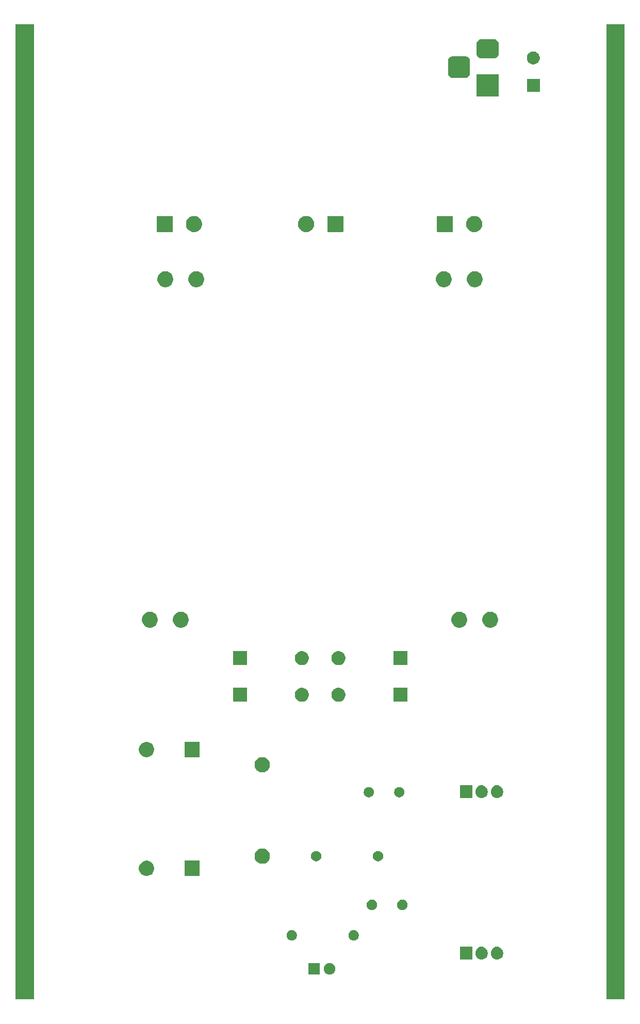
<source format=gbr>
G04 #@! TF.GenerationSoftware,KiCad,Pcbnew,(5.1.6)-1*
G04 #@! TF.CreationDate,2020-12-21T18:52:40-08:00*
G04 #@! TF.ProjectId,12v1a_psu,31327631-615f-4707-9375-2e6b69636164,1.0*
G04 #@! TF.SameCoordinates,Original*
G04 #@! TF.FileFunction,Soldermask,Top*
G04 #@! TF.FilePolarity,Negative*
%FSLAX46Y46*%
G04 Gerber Fmt 4.6, Leading zero omitted, Abs format (unit mm)*
G04 Created by KiCad (PCBNEW (5.1.6)-1) date 2020-12-21 18:52:40*
%MOMM*%
%LPD*%
G01*
G04 APERTURE LIST*
%ADD10C,0.100000*%
G04 APERTURE END LIST*
D10*
G36*
X43000000Y-185000000D02*
G01*
X40000000Y-185000000D01*
X40000000Y-25000000D01*
X43000000Y-25000000D01*
X43000000Y-185000000D01*
G37*
G36*
X140000000Y-185000000D02*
G01*
X137000000Y-185000000D01*
X137000000Y-25000000D01*
X140000000Y-25000000D01*
X140000000Y-185000000D01*
G37*
G36*
X91817395Y-179085546D02*
G01*
X91990466Y-179157234D01*
X91990467Y-179157235D01*
X92146227Y-179261310D01*
X92278690Y-179393773D01*
X92278691Y-179393775D01*
X92382766Y-179549534D01*
X92454454Y-179722605D01*
X92491000Y-179906333D01*
X92491000Y-180093667D01*
X92454454Y-180277395D01*
X92382766Y-180450466D01*
X92382765Y-180450467D01*
X92278690Y-180606227D01*
X92146227Y-180738690D01*
X92067818Y-180791081D01*
X91990466Y-180842766D01*
X91817395Y-180914454D01*
X91633667Y-180951000D01*
X91446333Y-180951000D01*
X91262605Y-180914454D01*
X91089534Y-180842766D01*
X91012182Y-180791081D01*
X90933773Y-180738690D01*
X90801310Y-180606227D01*
X90697235Y-180450467D01*
X90697234Y-180450466D01*
X90625546Y-180277395D01*
X90589000Y-180093667D01*
X90589000Y-179906333D01*
X90625546Y-179722605D01*
X90697234Y-179549534D01*
X90801309Y-179393775D01*
X90801310Y-179393773D01*
X90933773Y-179261310D01*
X91089533Y-179157235D01*
X91089534Y-179157234D01*
X91262605Y-179085546D01*
X91446333Y-179049000D01*
X91633667Y-179049000D01*
X91817395Y-179085546D01*
G37*
G36*
X89951000Y-180951000D02*
G01*
X88049000Y-180951000D01*
X88049000Y-179049000D01*
X89951000Y-179049000D01*
X89951000Y-180951000D01*
G37*
G36*
X119236719Y-176393520D02*
G01*
X119425880Y-176450901D01*
X119425883Y-176450902D01*
X119518333Y-176500318D01*
X119600212Y-176544083D01*
X119753015Y-176669485D01*
X119878417Y-176822288D01*
X119971599Y-176996619D01*
X120028980Y-177185780D01*
X120043500Y-177333206D01*
X120043500Y-177526793D01*
X120028980Y-177674219D01*
X119971599Y-177863380D01*
X119971598Y-177863383D01*
X119922182Y-177955833D01*
X119878417Y-178037712D01*
X119753015Y-178190515D01*
X119600212Y-178315917D01*
X119425881Y-178409099D01*
X119236720Y-178466480D01*
X119040000Y-178485855D01*
X118843281Y-178466480D01*
X118654120Y-178409099D01*
X118479788Y-178315917D01*
X118326985Y-178190515D01*
X118201583Y-178037712D01*
X118108401Y-177863381D01*
X118051020Y-177674220D01*
X118036500Y-177526794D01*
X118036500Y-177333207D01*
X118051020Y-177185781D01*
X118108401Y-176996620D01*
X118108402Y-176996617D01*
X118157818Y-176904167D01*
X118201583Y-176822288D01*
X118326985Y-176669485D01*
X118479788Y-176544083D01*
X118654119Y-176450901D01*
X118843280Y-176393520D01*
X119040000Y-176374145D01*
X119236719Y-176393520D01*
G37*
G36*
X116696719Y-176393520D02*
G01*
X116885880Y-176450901D01*
X116885883Y-176450902D01*
X116978333Y-176500318D01*
X117060212Y-176544083D01*
X117213015Y-176669485D01*
X117338417Y-176822288D01*
X117431599Y-176996619D01*
X117488980Y-177185780D01*
X117503500Y-177333206D01*
X117503500Y-177526793D01*
X117488980Y-177674219D01*
X117431599Y-177863380D01*
X117431598Y-177863383D01*
X117382182Y-177955833D01*
X117338417Y-178037712D01*
X117213015Y-178190515D01*
X117060212Y-178315917D01*
X116885881Y-178409099D01*
X116696720Y-178466480D01*
X116500000Y-178485855D01*
X116303281Y-178466480D01*
X116114120Y-178409099D01*
X115939788Y-178315917D01*
X115786985Y-178190515D01*
X115661583Y-178037712D01*
X115568401Y-177863381D01*
X115511020Y-177674220D01*
X115496500Y-177526794D01*
X115496500Y-177333207D01*
X115511020Y-177185781D01*
X115568401Y-176996620D01*
X115568402Y-176996617D01*
X115617818Y-176904167D01*
X115661583Y-176822288D01*
X115786985Y-176669485D01*
X115939788Y-176544083D01*
X116114119Y-176450901D01*
X116303280Y-176393520D01*
X116500000Y-176374145D01*
X116696719Y-176393520D01*
G37*
G36*
X114963500Y-178481000D02*
G01*
X112956500Y-178481000D01*
X112956500Y-176379000D01*
X114963500Y-176379000D01*
X114963500Y-178481000D01*
G37*
G36*
X85588228Y-173681703D02*
G01*
X85743100Y-173745853D01*
X85882481Y-173838985D01*
X86001015Y-173957519D01*
X86094147Y-174096900D01*
X86158297Y-174251772D01*
X86191000Y-174416184D01*
X86191000Y-174583816D01*
X86158297Y-174748228D01*
X86094147Y-174903100D01*
X86001015Y-175042481D01*
X85882481Y-175161015D01*
X85743100Y-175254147D01*
X85588228Y-175318297D01*
X85423816Y-175351000D01*
X85256184Y-175351000D01*
X85091772Y-175318297D01*
X84936900Y-175254147D01*
X84797519Y-175161015D01*
X84678985Y-175042481D01*
X84585853Y-174903100D01*
X84521703Y-174748228D01*
X84489000Y-174583816D01*
X84489000Y-174416184D01*
X84521703Y-174251772D01*
X84585853Y-174096900D01*
X84678985Y-173957519D01*
X84797519Y-173838985D01*
X84936900Y-173745853D01*
X85091772Y-173681703D01*
X85256184Y-173649000D01*
X85423816Y-173649000D01*
X85588228Y-173681703D01*
G37*
G36*
X95748228Y-173681703D02*
G01*
X95903100Y-173745853D01*
X96042481Y-173838985D01*
X96161015Y-173957519D01*
X96254147Y-174096900D01*
X96318297Y-174251772D01*
X96351000Y-174416184D01*
X96351000Y-174583816D01*
X96318297Y-174748228D01*
X96254147Y-174903100D01*
X96161015Y-175042481D01*
X96042481Y-175161015D01*
X95903100Y-175254147D01*
X95748228Y-175318297D01*
X95583816Y-175351000D01*
X95416184Y-175351000D01*
X95251772Y-175318297D01*
X95096900Y-175254147D01*
X94957519Y-175161015D01*
X94838985Y-175042481D01*
X94745853Y-174903100D01*
X94681703Y-174748228D01*
X94649000Y-174583816D01*
X94649000Y-174416184D01*
X94681703Y-174251772D01*
X94745853Y-174096900D01*
X94838985Y-173957519D01*
X94957519Y-173838985D01*
X95096900Y-173745853D01*
X95251772Y-173681703D01*
X95416184Y-173649000D01*
X95583816Y-173649000D01*
X95748228Y-173681703D01*
G37*
G36*
X98748228Y-168681703D02*
G01*
X98903100Y-168745853D01*
X99042481Y-168838985D01*
X99161015Y-168957519D01*
X99254147Y-169096900D01*
X99318297Y-169251772D01*
X99351000Y-169416184D01*
X99351000Y-169583816D01*
X99318297Y-169748228D01*
X99254147Y-169903100D01*
X99161015Y-170042481D01*
X99042481Y-170161015D01*
X98903100Y-170254147D01*
X98748228Y-170318297D01*
X98583816Y-170351000D01*
X98416184Y-170351000D01*
X98251772Y-170318297D01*
X98096900Y-170254147D01*
X97957519Y-170161015D01*
X97838985Y-170042481D01*
X97745853Y-169903100D01*
X97681703Y-169748228D01*
X97649000Y-169583816D01*
X97649000Y-169416184D01*
X97681703Y-169251772D01*
X97745853Y-169096900D01*
X97838985Y-168957519D01*
X97957519Y-168838985D01*
X98096900Y-168745853D01*
X98251772Y-168681703D01*
X98416184Y-168649000D01*
X98583816Y-168649000D01*
X98748228Y-168681703D01*
G37*
G36*
X103748228Y-168681703D02*
G01*
X103903100Y-168745853D01*
X104042481Y-168838985D01*
X104161015Y-168957519D01*
X104254147Y-169096900D01*
X104318297Y-169251772D01*
X104351000Y-169416184D01*
X104351000Y-169583816D01*
X104318297Y-169748228D01*
X104254147Y-169903100D01*
X104161015Y-170042481D01*
X104042481Y-170161015D01*
X103903100Y-170254147D01*
X103748228Y-170318297D01*
X103583816Y-170351000D01*
X103416184Y-170351000D01*
X103251772Y-170318297D01*
X103096900Y-170254147D01*
X102957519Y-170161015D01*
X102838985Y-170042481D01*
X102745853Y-169903100D01*
X102681703Y-169748228D01*
X102649000Y-169583816D01*
X102649000Y-169416184D01*
X102681703Y-169251772D01*
X102745853Y-169096900D01*
X102838985Y-168957519D01*
X102957519Y-168838985D01*
X103096900Y-168745853D01*
X103251772Y-168681703D01*
X103416184Y-168649000D01*
X103583816Y-168649000D01*
X103748228Y-168681703D01*
G37*
G36*
X61864903Y-162297075D02*
G01*
X62092571Y-162391378D01*
X62297466Y-162528285D01*
X62471715Y-162702534D01*
X62608622Y-162907429D01*
X62702925Y-163135097D01*
X62751000Y-163376787D01*
X62751000Y-163623213D01*
X62702925Y-163864903D01*
X62608622Y-164092571D01*
X62471715Y-164297466D01*
X62297466Y-164471715D01*
X62092571Y-164608622D01*
X62092570Y-164608623D01*
X62092569Y-164608623D01*
X61864903Y-164702925D01*
X61623214Y-164751000D01*
X61376786Y-164751000D01*
X61135097Y-164702925D01*
X60907431Y-164608623D01*
X60907430Y-164608623D01*
X60907429Y-164608622D01*
X60702534Y-164471715D01*
X60528285Y-164297466D01*
X60391378Y-164092571D01*
X60297075Y-163864903D01*
X60249000Y-163623213D01*
X60249000Y-163376787D01*
X60297075Y-163135097D01*
X60391378Y-162907429D01*
X60528285Y-162702534D01*
X60702534Y-162528285D01*
X60907429Y-162391378D01*
X61135097Y-162297075D01*
X61376786Y-162249000D01*
X61623214Y-162249000D01*
X61864903Y-162297075D01*
G37*
G36*
X70251000Y-164751000D02*
G01*
X67749000Y-164751000D01*
X67749000Y-162249000D01*
X70251000Y-162249000D01*
X70251000Y-164751000D01*
G37*
G36*
X80864903Y-160297075D02*
G01*
X81092571Y-160391378D01*
X81297466Y-160528285D01*
X81471715Y-160702534D01*
X81608622Y-160907429D01*
X81702925Y-161135097D01*
X81751000Y-161376787D01*
X81751000Y-161623213D01*
X81702925Y-161864903D01*
X81608622Y-162092571D01*
X81471715Y-162297466D01*
X81297466Y-162471715D01*
X81092571Y-162608622D01*
X81092570Y-162608623D01*
X81092569Y-162608623D01*
X80864903Y-162702925D01*
X80623214Y-162751000D01*
X80376786Y-162751000D01*
X80135097Y-162702925D01*
X79907431Y-162608623D01*
X79907430Y-162608623D01*
X79907429Y-162608622D01*
X79702534Y-162471715D01*
X79528285Y-162297466D01*
X79391378Y-162092571D01*
X79297075Y-161864903D01*
X79249000Y-161623213D01*
X79249000Y-161376787D01*
X79297075Y-161135097D01*
X79391378Y-160907429D01*
X79528285Y-160702534D01*
X79702534Y-160528285D01*
X79907429Y-160391378D01*
X80135097Y-160297075D01*
X80376786Y-160249000D01*
X80623214Y-160249000D01*
X80864903Y-160297075D01*
G37*
G36*
X99748228Y-160681703D02*
G01*
X99903100Y-160745853D01*
X100042481Y-160838985D01*
X100161015Y-160957519D01*
X100254147Y-161096900D01*
X100318297Y-161251772D01*
X100351000Y-161416184D01*
X100351000Y-161583816D01*
X100318297Y-161748228D01*
X100254147Y-161903100D01*
X100161015Y-162042481D01*
X100042481Y-162161015D01*
X99903100Y-162254147D01*
X99748228Y-162318297D01*
X99583816Y-162351000D01*
X99416184Y-162351000D01*
X99251772Y-162318297D01*
X99096900Y-162254147D01*
X98957519Y-162161015D01*
X98838985Y-162042481D01*
X98745853Y-161903100D01*
X98681703Y-161748228D01*
X98649000Y-161583816D01*
X98649000Y-161416184D01*
X98681703Y-161251772D01*
X98745853Y-161096900D01*
X98838985Y-160957519D01*
X98957519Y-160838985D01*
X99096900Y-160745853D01*
X99251772Y-160681703D01*
X99416184Y-160649000D01*
X99583816Y-160649000D01*
X99748228Y-160681703D01*
G37*
G36*
X89588228Y-160681703D02*
G01*
X89743100Y-160745853D01*
X89882481Y-160838985D01*
X90001015Y-160957519D01*
X90094147Y-161096900D01*
X90158297Y-161251772D01*
X90191000Y-161416184D01*
X90191000Y-161583816D01*
X90158297Y-161748228D01*
X90094147Y-161903100D01*
X90001015Y-162042481D01*
X89882481Y-162161015D01*
X89743100Y-162254147D01*
X89588228Y-162318297D01*
X89423816Y-162351000D01*
X89256184Y-162351000D01*
X89091772Y-162318297D01*
X88936900Y-162254147D01*
X88797519Y-162161015D01*
X88678985Y-162042481D01*
X88585853Y-161903100D01*
X88521703Y-161748228D01*
X88489000Y-161583816D01*
X88489000Y-161416184D01*
X88521703Y-161251772D01*
X88585853Y-161096900D01*
X88678985Y-160957519D01*
X88797519Y-160838985D01*
X88936900Y-160745853D01*
X89091772Y-160681703D01*
X89256184Y-160649000D01*
X89423816Y-160649000D01*
X89588228Y-160681703D01*
G37*
G36*
X116706719Y-149893520D02*
G01*
X116895880Y-149950901D01*
X116895883Y-149950902D01*
X116988333Y-150000318D01*
X117070212Y-150044083D01*
X117223015Y-150169485D01*
X117348417Y-150322288D01*
X117441599Y-150496619D01*
X117498980Y-150685780D01*
X117513500Y-150833206D01*
X117513500Y-151026793D01*
X117498980Y-151174219D01*
X117476529Y-151248229D01*
X117441598Y-151363383D01*
X117392182Y-151455833D01*
X117348417Y-151537712D01*
X117223015Y-151690515D01*
X117070212Y-151815917D01*
X116895881Y-151909099D01*
X116706720Y-151966480D01*
X116510000Y-151985855D01*
X116313281Y-151966480D01*
X116124120Y-151909099D01*
X115949788Y-151815917D01*
X115796985Y-151690515D01*
X115671583Y-151537712D01*
X115578401Y-151363381D01*
X115521020Y-151174220D01*
X115506500Y-151026794D01*
X115506500Y-150833207D01*
X115521020Y-150685781D01*
X115578401Y-150496620D01*
X115578402Y-150496617D01*
X115627818Y-150404167D01*
X115671583Y-150322288D01*
X115796985Y-150169485D01*
X115949788Y-150044083D01*
X116124119Y-149950901D01*
X116313280Y-149893520D01*
X116510000Y-149874145D01*
X116706719Y-149893520D01*
G37*
G36*
X119246719Y-149893520D02*
G01*
X119435880Y-149950901D01*
X119435883Y-149950902D01*
X119528333Y-150000318D01*
X119610212Y-150044083D01*
X119763015Y-150169485D01*
X119888417Y-150322288D01*
X119981599Y-150496619D01*
X120038980Y-150685780D01*
X120053500Y-150833206D01*
X120053500Y-151026793D01*
X120038980Y-151174219D01*
X120016529Y-151248229D01*
X119981598Y-151363383D01*
X119932182Y-151455833D01*
X119888417Y-151537712D01*
X119763015Y-151690515D01*
X119610212Y-151815917D01*
X119435881Y-151909099D01*
X119246720Y-151966480D01*
X119050000Y-151985855D01*
X118853281Y-151966480D01*
X118664120Y-151909099D01*
X118489788Y-151815917D01*
X118336985Y-151690515D01*
X118211583Y-151537712D01*
X118118401Y-151363381D01*
X118061020Y-151174220D01*
X118046500Y-151026794D01*
X118046500Y-150833207D01*
X118061020Y-150685781D01*
X118118401Y-150496620D01*
X118118402Y-150496617D01*
X118167818Y-150404167D01*
X118211583Y-150322288D01*
X118336985Y-150169485D01*
X118489788Y-150044083D01*
X118664119Y-149950901D01*
X118853280Y-149893520D01*
X119050000Y-149874145D01*
X119246719Y-149893520D01*
G37*
G36*
X114973500Y-151981000D02*
G01*
X112966500Y-151981000D01*
X112966500Y-149879000D01*
X114973500Y-149879000D01*
X114973500Y-151981000D01*
G37*
G36*
X98248228Y-150181703D02*
G01*
X98403100Y-150245853D01*
X98542481Y-150338985D01*
X98661015Y-150457519D01*
X98754147Y-150596900D01*
X98818297Y-150751772D01*
X98851000Y-150916184D01*
X98851000Y-151083816D01*
X98818297Y-151248228D01*
X98754147Y-151403100D01*
X98661015Y-151542481D01*
X98542481Y-151661015D01*
X98403100Y-151754147D01*
X98248228Y-151818297D01*
X98083816Y-151851000D01*
X97916184Y-151851000D01*
X97751772Y-151818297D01*
X97596900Y-151754147D01*
X97457519Y-151661015D01*
X97338985Y-151542481D01*
X97245853Y-151403100D01*
X97181703Y-151248228D01*
X97149000Y-151083816D01*
X97149000Y-150916184D01*
X97181703Y-150751772D01*
X97245853Y-150596900D01*
X97338985Y-150457519D01*
X97457519Y-150338985D01*
X97596900Y-150245853D01*
X97751772Y-150181703D01*
X97916184Y-150149000D01*
X98083816Y-150149000D01*
X98248228Y-150181703D01*
G37*
G36*
X103248228Y-150181703D02*
G01*
X103403100Y-150245853D01*
X103542481Y-150338985D01*
X103661015Y-150457519D01*
X103754147Y-150596900D01*
X103818297Y-150751772D01*
X103851000Y-150916184D01*
X103851000Y-151083816D01*
X103818297Y-151248228D01*
X103754147Y-151403100D01*
X103661015Y-151542481D01*
X103542481Y-151661015D01*
X103403100Y-151754147D01*
X103248228Y-151818297D01*
X103083816Y-151851000D01*
X102916184Y-151851000D01*
X102751772Y-151818297D01*
X102596900Y-151754147D01*
X102457519Y-151661015D01*
X102338985Y-151542481D01*
X102245853Y-151403100D01*
X102181703Y-151248228D01*
X102149000Y-151083816D01*
X102149000Y-150916184D01*
X102181703Y-150751772D01*
X102245853Y-150596900D01*
X102338985Y-150457519D01*
X102457519Y-150338985D01*
X102596900Y-150245853D01*
X102751772Y-150181703D01*
X102916184Y-150149000D01*
X103083816Y-150149000D01*
X103248228Y-150181703D01*
G37*
G36*
X80864903Y-145297075D02*
G01*
X81092571Y-145391378D01*
X81297466Y-145528285D01*
X81471715Y-145702534D01*
X81608622Y-145907429D01*
X81702925Y-146135097D01*
X81751000Y-146376787D01*
X81751000Y-146623213D01*
X81702925Y-146864903D01*
X81608622Y-147092571D01*
X81471715Y-147297466D01*
X81297466Y-147471715D01*
X81092571Y-147608622D01*
X81092570Y-147608623D01*
X81092569Y-147608623D01*
X80864903Y-147702925D01*
X80623214Y-147751000D01*
X80376786Y-147751000D01*
X80135097Y-147702925D01*
X79907431Y-147608623D01*
X79907430Y-147608623D01*
X79907429Y-147608622D01*
X79702534Y-147471715D01*
X79528285Y-147297466D01*
X79391378Y-147092571D01*
X79297075Y-146864903D01*
X79249000Y-146623213D01*
X79249000Y-146376787D01*
X79297075Y-146135097D01*
X79391378Y-145907429D01*
X79528285Y-145702534D01*
X79702534Y-145528285D01*
X79907429Y-145391378D01*
X80135097Y-145297075D01*
X80376786Y-145249000D01*
X80623214Y-145249000D01*
X80864903Y-145297075D01*
G37*
G36*
X61864903Y-142797075D02*
G01*
X62092571Y-142891378D01*
X62297466Y-143028285D01*
X62471715Y-143202534D01*
X62608622Y-143407429D01*
X62702925Y-143635097D01*
X62751000Y-143876787D01*
X62751000Y-144123213D01*
X62702925Y-144364903D01*
X62608622Y-144592571D01*
X62471715Y-144797466D01*
X62297466Y-144971715D01*
X62092571Y-145108622D01*
X62092570Y-145108623D01*
X62092569Y-145108623D01*
X61864903Y-145202925D01*
X61623214Y-145251000D01*
X61376786Y-145251000D01*
X61135097Y-145202925D01*
X60907431Y-145108623D01*
X60907430Y-145108623D01*
X60907429Y-145108622D01*
X60702534Y-144971715D01*
X60528285Y-144797466D01*
X60391378Y-144592571D01*
X60297075Y-144364903D01*
X60249000Y-144123213D01*
X60249000Y-143876787D01*
X60297075Y-143635097D01*
X60391378Y-143407429D01*
X60528285Y-143202534D01*
X60702534Y-143028285D01*
X60907429Y-142891378D01*
X61135097Y-142797075D01*
X61376786Y-142749000D01*
X61623214Y-142749000D01*
X61864903Y-142797075D01*
G37*
G36*
X70251000Y-145251000D02*
G01*
X67749000Y-145251000D01*
X67749000Y-142749000D01*
X70251000Y-142749000D01*
X70251000Y-145251000D01*
G37*
G36*
X77991000Y-136151000D02*
G01*
X75689000Y-136151000D01*
X75689000Y-133849000D01*
X77991000Y-133849000D01*
X77991000Y-136151000D01*
G37*
G36*
X87224549Y-133871116D02*
G01*
X87335734Y-133893232D01*
X87545203Y-133979997D01*
X87733720Y-134105960D01*
X87894040Y-134266280D01*
X88020003Y-134454797D01*
X88106768Y-134664266D01*
X88151000Y-134886636D01*
X88151000Y-135113364D01*
X88106768Y-135335734D01*
X88020003Y-135545203D01*
X87894040Y-135733720D01*
X87733720Y-135894040D01*
X87545203Y-136020003D01*
X87335734Y-136106768D01*
X87224549Y-136128884D01*
X87113365Y-136151000D01*
X86886635Y-136151000D01*
X86775451Y-136128884D01*
X86664266Y-136106768D01*
X86454797Y-136020003D01*
X86266280Y-135894040D01*
X86105960Y-135733720D01*
X85979997Y-135545203D01*
X85893232Y-135335734D01*
X85849000Y-135113364D01*
X85849000Y-134886636D01*
X85893232Y-134664266D01*
X85979997Y-134454797D01*
X86105960Y-134266280D01*
X86266280Y-134105960D01*
X86454797Y-133979997D01*
X86664266Y-133893232D01*
X86775451Y-133871116D01*
X86886635Y-133849000D01*
X87113365Y-133849000D01*
X87224549Y-133871116D01*
G37*
G36*
X93224549Y-133871116D02*
G01*
X93335734Y-133893232D01*
X93545203Y-133979997D01*
X93733720Y-134105960D01*
X93894040Y-134266280D01*
X94020003Y-134454797D01*
X94106768Y-134664266D01*
X94151000Y-134886636D01*
X94151000Y-135113364D01*
X94106768Y-135335734D01*
X94020003Y-135545203D01*
X93894040Y-135733720D01*
X93733720Y-135894040D01*
X93545203Y-136020003D01*
X93335734Y-136106768D01*
X93224549Y-136128884D01*
X93113365Y-136151000D01*
X92886635Y-136151000D01*
X92775451Y-136128884D01*
X92664266Y-136106768D01*
X92454797Y-136020003D01*
X92266280Y-135894040D01*
X92105960Y-135733720D01*
X91979997Y-135545203D01*
X91893232Y-135335734D01*
X91849000Y-135113364D01*
X91849000Y-134886636D01*
X91893232Y-134664266D01*
X91979997Y-134454797D01*
X92105960Y-134266280D01*
X92266280Y-134105960D01*
X92454797Y-133979997D01*
X92664266Y-133893232D01*
X92775451Y-133871116D01*
X92886635Y-133849000D01*
X93113365Y-133849000D01*
X93224549Y-133871116D01*
G37*
G36*
X104311000Y-136151000D02*
G01*
X102009000Y-136151000D01*
X102009000Y-133849000D01*
X104311000Y-133849000D01*
X104311000Y-136151000D01*
G37*
G36*
X77991000Y-130151000D02*
G01*
X75689000Y-130151000D01*
X75689000Y-127849000D01*
X77991000Y-127849000D01*
X77991000Y-130151000D01*
G37*
G36*
X104311000Y-130151000D02*
G01*
X102009000Y-130151000D01*
X102009000Y-127849000D01*
X104311000Y-127849000D01*
X104311000Y-130151000D01*
G37*
G36*
X93224549Y-127871116D02*
G01*
X93335734Y-127893232D01*
X93545203Y-127979997D01*
X93733720Y-128105960D01*
X93894040Y-128266280D01*
X94020003Y-128454797D01*
X94106768Y-128664266D01*
X94151000Y-128886636D01*
X94151000Y-129113364D01*
X94106768Y-129335734D01*
X94020003Y-129545203D01*
X93894040Y-129733720D01*
X93733720Y-129894040D01*
X93545203Y-130020003D01*
X93335734Y-130106768D01*
X93224549Y-130128884D01*
X93113365Y-130151000D01*
X92886635Y-130151000D01*
X92775451Y-130128884D01*
X92664266Y-130106768D01*
X92454797Y-130020003D01*
X92266280Y-129894040D01*
X92105960Y-129733720D01*
X91979997Y-129545203D01*
X91893232Y-129335734D01*
X91849000Y-129113364D01*
X91849000Y-128886636D01*
X91893232Y-128664266D01*
X91979997Y-128454797D01*
X92105960Y-128266280D01*
X92266280Y-128105960D01*
X92454797Y-127979997D01*
X92664266Y-127893232D01*
X92775451Y-127871116D01*
X92886635Y-127849000D01*
X93113365Y-127849000D01*
X93224549Y-127871116D01*
G37*
G36*
X87224549Y-127871116D02*
G01*
X87335734Y-127893232D01*
X87545203Y-127979997D01*
X87733720Y-128105960D01*
X87894040Y-128266280D01*
X88020003Y-128454797D01*
X88106768Y-128664266D01*
X88151000Y-128886636D01*
X88151000Y-129113364D01*
X88106768Y-129335734D01*
X88020003Y-129545203D01*
X87894040Y-129733720D01*
X87733720Y-129894040D01*
X87545203Y-130020003D01*
X87335734Y-130106768D01*
X87224549Y-130128884D01*
X87113365Y-130151000D01*
X86886635Y-130151000D01*
X86775451Y-130128884D01*
X86664266Y-130106768D01*
X86454797Y-130020003D01*
X86266280Y-129894040D01*
X86105960Y-129733720D01*
X85979997Y-129545203D01*
X85893232Y-129335734D01*
X85849000Y-129113364D01*
X85849000Y-128886636D01*
X85893232Y-128664266D01*
X85979997Y-128454797D01*
X86105960Y-128266280D01*
X86266280Y-128105960D01*
X86454797Y-127979997D01*
X86664266Y-127893232D01*
X86775451Y-127871116D01*
X86886635Y-127849000D01*
X87113365Y-127849000D01*
X87224549Y-127871116D01*
G37*
G36*
X113239487Y-121438996D02*
G01*
X113476253Y-121537068D01*
X113476255Y-121537069D01*
X113689339Y-121679447D01*
X113870553Y-121860661D01*
X114012932Y-122073747D01*
X114111004Y-122310513D01*
X114161000Y-122561861D01*
X114161000Y-122818139D01*
X114111004Y-123069487D01*
X114012932Y-123306253D01*
X114012931Y-123306255D01*
X113870553Y-123519339D01*
X113689339Y-123700553D01*
X113476255Y-123842931D01*
X113476254Y-123842932D01*
X113476253Y-123842932D01*
X113239487Y-123941004D01*
X112988139Y-123991000D01*
X112731861Y-123991000D01*
X112480513Y-123941004D01*
X112243747Y-123842932D01*
X112243746Y-123842932D01*
X112243745Y-123842931D01*
X112030661Y-123700553D01*
X111849447Y-123519339D01*
X111707069Y-123306255D01*
X111707068Y-123306253D01*
X111608996Y-123069487D01*
X111559000Y-122818139D01*
X111559000Y-122561861D01*
X111608996Y-122310513D01*
X111707068Y-122073747D01*
X111849447Y-121860661D01*
X112030661Y-121679447D01*
X112243745Y-121537069D01*
X112243747Y-121537068D01*
X112480513Y-121438996D01*
X112731861Y-121389000D01*
X112988139Y-121389000D01*
X113239487Y-121438996D01*
G37*
G36*
X67519487Y-121438996D02*
G01*
X67756253Y-121537068D01*
X67756255Y-121537069D01*
X67969339Y-121679447D01*
X68150553Y-121860661D01*
X68292932Y-122073747D01*
X68391004Y-122310513D01*
X68441000Y-122561861D01*
X68441000Y-122818139D01*
X68391004Y-123069487D01*
X68292932Y-123306253D01*
X68292931Y-123306255D01*
X68150553Y-123519339D01*
X67969339Y-123700553D01*
X67756255Y-123842931D01*
X67756254Y-123842932D01*
X67756253Y-123842932D01*
X67519487Y-123941004D01*
X67268139Y-123991000D01*
X67011861Y-123991000D01*
X66760513Y-123941004D01*
X66523747Y-123842932D01*
X66523746Y-123842932D01*
X66523745Y-123842931D01*
X66310661Y-123700553D01*
X66129447Y-123519339D01*
X65987069Y-123306255D01*
X65987068Y-123306253D01*
X65888996Y-123069487D01*
X65839000Y-122818139D01*
X65839000Y-122561861D01*
X65888996Y-122310513D01*
X65987068Y-122073747D01*
X66129447Y-121860661D01*
X66310661Y-121679447D01*
X66523745Y-121537069D01*
X66523747Y-121537068D01*
X66760513Y-121438996D01*
X67011861Y-121389000D01*
X67268139Y-121389000D01*
X67519487Y-121438996D01*
G37*
G36*
X62439487Y-121438996D02*
G01*
X62676253Y-121537068D01*
X62676255Y-121537069D01*
X62889339Y-121679447D01*
X63070553Y-121860661D01*
X63212932Y-122073747D01*
X63311004Y-122310513D01*
X63361000Y-122561861D01*
X63361000Y-122818139D01*
X63311004Y-123069487D01*
X63212932Y-123306253D01*
X63212931Y-123306255D01*
X63070553Y-123519339D01*
X62889339Y-123700553D01*
X62676255Y-123842931D01*
X62676254Y-123842932D01*
X62676253Y-123842932D01*
X62439487Y-123941004D01*
X62188139Y-123991000D01*
X61931861Y-123991000D01*
X61680513Y-123941004D01*
X61443747Y-123842932D01*
X61443746Y-123842932D01*
X61443745Y-123842931D01*
X61230661Y-123700553D01*
X61049447Y-123519339D01*
X60907069Y-123306255D01*
X60907068Y-123306253D01*
X60808996Y-123069487D01*
X60759000Y-122818139D01*
X60759000Y-122561861D01*
X60808996Y-122310513D01*
X60907068Y-122073747D01*
X61049447Y-121860661D01*
X61230661Y-121679447D01*
X61443745Y-121537069D01*
X61443747Y-121537068D01*
X61680513Y-121438996D01*
X61931861Y-121389000D01*
X62188139Y-121389000D01*
X62439487Y-121438996D01*
G37*
G36*
X118319487Y-121438996D02*
G01*
X118556253Y-121537068D01*
X118556255Y-121537069D01*
X118769339Y-121679447D01*
X118950553Y-121860661D01*
X119092932Y-122073747D01*
X119191004Y-122310513D01*
X119241000Y-122561861D01*
X119241000Y-122818139D01*
X119191004Y-123069487D01*
X119092932Y-123306253D01*
X119092931Y-123306255D01*
X118950553Y-123519339D01*
X118769339Y-123700553D01*
X118556255Y-123842931D01*
X118556254Y-123842932D01*
X118556253Y-123842932D01*
X118319487Y-123941004D01*
X118068139Y-123991000D01*
X117811861Y-123991000D01*
X117560513Y-123941004D01*
X117323747Y-123842932D01*
X117323746Y-123842932D01*
X117323745Y-123842931D01*
X117110661Y-123700553D01*
X116929447Y-123519339D01*
X116787069Y-123306255D01*
X116787068Y-123306253D01*
X116688996Y-123069487D01*
X116639000Y-122818139D01*
X116639000Y-122561861D01*
X116688996Y-122310513D01*
X116787068Y-122073747D01*
X116929447Y-121860661D01*
X117110661Y-121679447D01*
X117323745Y-121537069D01*
X117323747Y-121537068D01*
X117560513Y-121438996D01*
X117811861Y-121389000D01*
X118068139Y-121389000D01*
X118319487Y-121438996D01*
G37*
G36*
X115779487Y-65558996D02*
G01*
X116016253Y-65657068D01*
X116016255Y-65657069D01*
X116229339Y-65799447D01*
X116410553Y-65980661D01*
X116552932Y-66193747D01*
X116651004Y-66430513D01*
X116701000Y-66681861D01*
X116701000Y-66938139D01*
X116651004Y-67189487D01*
X116552932Y-67426253D01*
X116552931Y-67426255D01*
X116410553Y-67639339D01*
X116229339Y-67820553D01*
X116016255Y-67962931D01*
X116016254Y-67962932D01*
X116016253Y-67962932D01*
X115779487Y-68061004D01*
X115528139Y-68111000D01*
X115271861Y-68111000D01*
X115020513Y-68061004D01*
X114783747Y-67962932D01*
X114783746Y-67962932D01*
X114783745Y-67962931D01*
X114570661Y-67820553D01*
X114389447Y-67639339D01*
X114247069Y-67426255D01*
X114247068Y-67426253D01*
X114148996Y-67189487D01*
X114099000Y-66938139D01*
X114099000Y-66681861D01*
X114148996Y-66430513D01*
X114247068Y-66193747D01*
X114389447Y-65980661D01*
X114570661Y-65799447D01*
X114783745Y-65657069D01*
X114783747Y-65657068D01*
X115020513Y-65558996D01*
X115271861Y-65509000D01*
X115528139Y-65509000D01*
X115779487Y-65558996D01*
G37*
G36*
X64979487Y-65558996D02*
G01*
X65216253Y-65657068D01*
X65216255Y-65657069D01*
X65429339Y-65799447D01*
X65610553Y-65980661D01*
X65752932Y-66193747D01*
X65851004Y-66430513D01*
X65901000Y-66681861D01*
X65901000Y-66938139D01*
X65851004Y-67189487D01*
X65752932Y-67426253D01*
X65752931Y-67426255D01*
X65610553Y-67639339D01*
X65429339Y-67820553D01*
X65216255Y-67962931D01*
X65216254Y-67962932D01*
X65216253Y-67962932D01*
X64979487Y-68061004D01*
X64728139Y-68111000D01*
X64471861Y-68111000D01*
X64220513Y-68061004D01*
X63983747Y-67962932D01*
X63983746Y-67962932D01*
X63983745Y-67962931D01*
X63770661Y-67820553D01*
X63589447Y-67639339D01*
X63447069Y-67426255D01*
X63447068Y-67426253D01*
X63348996Y-67189487D01*
X63299000Y-66938139D01*
X63299000Y-66681861D01*
X63348996Y-66430513D01*
X63447068Y-66193747D01*
X63589447Y-65980661D01*
X63770661Y-65799447D01*
X63983745Y-65657069D01*
X63983747Y-65657068D01*
X64220513Y-65558996D01*
X64471861Y-65509000D01*
X64728139Y-65509000D01*
X64979487Y-65558996D01*
G37*
G36*
X70059487Y-65558996D02*
G01*
X70296253Y-65657068D01*
X70296255Y-65657069D01*
X70509339Y-65799447D01*
X70690553Y-65980661D01*
X70832932Y-66193747D01*
X70931004Y-66430513D01*
X70981000Y-66681861D01*
X70981000Y-66938139D01*
X70931004Y-67189487D01*
X70832932Y-67426253D01*
X70832931Y-67426255D01*
X70690553Y-67639339D01*
X70509339Y-67820553D01*
X70296255Y-67962931D01*
X70296254Y-67962932D01*
X70296253Y-67962932D01*
X70059487Y-68061004D01*
X69808139Y-68111000D01*
X69551861Y-68111000D01*
X69300513Y-68061004D01*
X69063747Y-67962932D01*
X69063746Y-67962932D01*
X69063745Y-67962931D01*
X68850661Y-67820553D01*
X68669447Y-67639339D01*
X68527069Y-67426255D01*
X68527068Y-67426253D01*
X68428996Y-67189487D01*
X68379000Y-66938139D01*
X68379000Y-66681861D01*
X68428996Y-66430513D01*
X68527068Y-66193747D01*
X68669447Y-65980661D01*
X68850661Y-65799447D01*
X69063745Y-65657069D01*
X69063747Y-65657068D01*
X69300513Y-65558996D01*
X69551861Y-65509000D01*
X69808139Y-65509000D01*
X70059487Y-65558996D01*
G37*
G36*
X110699487Y-65558996D02*
G01*
X110936253Y-65657068D01*
X110936255Y-65657069D01*
X111149339Y-65799447D01*
X111330553Y-65980661D01*
X111472932Y-66193747D01*
X111571004Y-66430513D01*
X111621000Y-66681861D01*
X111621000Y-66938139D01*
X111571004Y-67189487D01*
X111472932Y-67426253D01*
X111472931Y-67426255D01*
X111330553Y-67639339D01*
X111149339Y-67820553D01*
X110936255Y-67962931D01*
X110936254Y-67962932D01*
X110936253Y-67962932D01*
X110699487Y-68061004D01*
X110448139Y-68111000D01*
X110191861Y-68111000D01*
X109940513Y-68061004D01*
X109703747Y-67962932D01*
X109703746Y-67962932D01*
X109703745Y-67962931D01*
X109490661Y-67820553D01*
X109309447Y-67639339D01*
X109167069Y-67426255D01*
X109167068Y-67426253D01*
X109068996Y-67189487D01*
X109019000Y-66938139D01*
X109019000Y-66681861D01*
X109068996Y-66430513D01*
X109167068Y-66193747D01*
X109309447Y-65980661D01*
X109490661Y-65799447D01*
X109703745Y-65657069D01*
X109703747Y-65657068D01*
X109940513Y-65558996D01*
X110191861Y-65509000D01*
X110448139Y-65509000D01*
X110699487Y-65558996D01*
G37*
G36*
X115494453Y-56436701D02*
G01*
X115686780Y-56474957D01*
X115928097Y-56574914D01*
X116145276Y-56720029D01*
X116329971Y-56904724D01*
X116475086Y-57121903D01*
X116575043Y-57363220D01*
X116626000Y-57619400D01*
X116626000Y-57880600D01*
X116575043Y-58136780D01*
X116475086Y-58378097D01*
X116329971Y-58595276D01*
X116145276Y-58779971D01*
X115928097Y-58925086D01*
X115686780Y-59025043D01*
X115568280Y-59048614D01*
X115430601Y-59076000D01*
X115169399Y-59076000D01*
X115031720Y-59048614D01*
X114913220Y-59025043D01*
X114671903Y-58925086D01*
X114454724Y-58779971D01*
X114270029Y-58595276D01*
X114124914Y-58378097D01*
X114024957Y-58136780D01*
X113974000Y-57880600D01*
X113974000Y-57619400D01*
X114024957Y-57363220D01*
X114124914Y-57121903D01*
X114270029Y-56904724D01*
X114454724Y-56720029D01*
X114671903Y-56574914D01*
X114913220Y-56474957D01*
X115105547Y-56436701D01*
X115169399Y-56424000D01*
X115430601Y-56424000D01*
X115494453Y-56436701D01*
G37*
G36*
X65697490Y-56427658D02*
G01*
X65727302Y-56436701D01*
X65754775Y-56451386D01*
X65778854Y-56471146D01*
X65798614Y-56495225D01*
X65813299Y-56522698D01*
X65822342Y-56552510D01*
X65826000Y-56589650D01*
X65826000Y-58910350D01*
X65822342Y-58947490D01*
X65813299Y-58977302D01*
X65798614Y-59004775D01*
X65778854Y-59028854D01*
X65754775Y-59048614D01*
X65727302Y-59063299D01*
X65697490Y-59072342D01*
X65660350Y-59076000D01*
X63339650Y-59076000D01*
X63302510Y-59072342D01*
X63272698Y-59063299D01*
X63245225Y-59048614D01*
X63221146Y-59028854D01*
X63201386Y-59004775D01*
X63186701Y-58977302D01*
X63177658Y-58947490D01*
X63174000Y-58910350D01*
X63174000Y-56589650D01*
X63177658Y-56552510D01*
X63186701Y-56522698D01*
X63201386Y-56495225D01*
X63221146Y-56471146D01*
X63245225Y-56451386D01*
X63272698Y-56436701D01*
X63302510Y-56427658D01*
X63339650Y-56424000D01*
X65660350Y-56424000D01*
X65697490Y-56427658D01*
G37*
G36*
X69494453Y-56436701D02*
G01*
X69686780Y-56474957D01*
X69928097Y-56574914D01*
X70145276Y-56720029D01*
X70329971Y-56904724D01*
X70475086Y-57121903D01*
X70575043Y-57363220D01*
X70626000Y-57619400D01*
X70626000Y-57880600D01*
X70575043Y-58136780D01*
X70475086Y-58378097D01*
X70329971Y-58595276D01*
X70145276Y-58779971D01*
X69928097Y-58925086D01*
X69686780Y-59025043D01*
X69568280Y-59048614D01*
X69430601Y-59076000D01*
X69169399Y-59076000D01*
X69031720Y-59048614D01*
X68913220Y-59025043D01*
X68671903Y-58925086D01*
X68454724Y-58779971D01*
X68270029Y-58595276D01*
X68124914Y-58378097D01*
X68024957Y-58136780D01*
X67974000Y-57880600D01*
X67974000Y-57619400D01*
X68024957Y-57363220D01*
X68124914Y-57121903D01*
X68270029Y-56904724D01*
X68454724Y-56720029D01*
X68671903Y-56574914D01*
X68913220Y-56474957D01*
X69105547Y-56436701D01*
X69169399Y-56424000D01*
X69430601Y-56424000D01*
X69494453Y-56436701D01*
G37*
G36*
X87894453Y-56436701D02*
G01*
X88086780Y-56474957D01*
X88328097Y-56574914D01*
X88545276Y-56720029D01*
X88729971Y-56904724D01*
X88875086Y-57121903D01*
X88975043Y-57363220D01*
X89026000Y-57619400D01*
X89026000Y-57880600D01*
X88975043Y-58136780D01*
X88875086Y-58378097D01*
X88729971Y-58595276D01*
X88545276Y-58779971D01*
X88328097Y-58925086D01*
X88086780Y-59025043D01*
X87968280Y-59048614D01*
X87830601Y-59076000D01*
X87569399Y-59076000D01*
X87431720Y-59048614D01*
X87313220Y-59025043D01*
X87071903Y-58925086D01*
X86854724Y-58779971D01*
X86670029Y-58595276D01*
X86524914Y-58378097D01*
X86424957Y-58136780D01*
X86374000Y-57880600D01*
X86374000Y-57619400D01*
X86424957Y-57363220D01*
X86524914Y-57121903D01*
X86670029Y-56904724D01*
X86854724Y-56720029D01*
X87071903Y-56574914D01*
X87313220Y-56474957D01*
X87505547Y-56436701D01*
X87569399Y-56424000D01*
X87830601Y-56424000D01*
X87894453Y-56436701D01*
G37*
G36*
X93697490Y-56427658D02*
G01*
X93727302Y-56436701D01*
X93754775Y-56451386D01*
X93778854Y-56471146D01*
X93798614Y-56495225D01*
X93813299Y-56522698D01*
X93822342Y-56552510D01*
X93826000Y-56589650D01*
X93826000Y-58910350D01*
X93822342Y-58947490D01*
X93813299Y-58977302D01*
X93798614Y-59004775D01*
X93778854Y-59028854D01*
X93754775Y-59048614D01*
X93727302Y-59063299D01*
X93697490Y-59072342D01*
X93660350Y-59076000D01*
X91339650Y-59076000D01*
X91302510Y-59072342D01*
X91272698Y-59063299D01*
X91245225Y-59048614D01*
X91221146Y-59028854D01*
X91201386Y-59004775D01*
X91186701Y-58977302D01*
X91177658Y-58947490D01*
X91174000Y-58910350D01*
X91174000Y-56589650D01*
X91177658Y-56552510D01*
X91186701Y-56522698D01*
X91201386Y-56495225D01*
X91221146Y-56471146D01*
X91245225Y-56451386D01*
X91272698Y-56436701D01*
X91302510Y-56427658D01*
X91339650Y-56424000D01*
X93660350Y-56424000D01*
X93697490Y-56427658D01*
G37*
G36*
X111697490Y-56427658D02*
G01*
X111727302Y-56436701D01*
X111754775Y-56451386D01*
X111778854Y-56471146D01*
X111798614Y-56495225D01*
X111813299Y-56522698D01*
X111822342Y-56552510D01*
X111826000Y-56589650D01*
X111826000Y-58910350D01*
X111822342Y-58947490D01*
X111813299Y-58977302D01*
X111798614Y-59004775D01*
X111778854Y-59028854D01*
X111754775Y-59048614D01*
X111727302Y-59063299D01*
X111697490Y-59072342D01*
X111660350Y-59076000D01*
X109339650Y-59076000D01*
X109302510Y-59072342D01*
X109272698Y-59063299D01*
X109245225Y-59048614D01*
X109221146Y-59028854D01*
X109201386Y-59004775D01*
X109186701Y-58977302D01*
X109177658Y-58947490D01*
X109174000Y-58910350D01*
X109174000Y-56589650D01*
X109177658Y-56552510D01*
X109186701Y-56522698D01*
X109201386Y-56495225D01*
X109221146Y-56471146D01*
X109245225Y-56451386D01*
X109272698Y-56436701D01*
X109302510Y-56427658D01*
X109339650Y-56424000D01*
X111660350Y-56424000D01*
X111697490Y-56427658D01*
G37*
G36*
X119301000Y-36801000D02*
G01*
X115699000Y-36801000D01*
X115699000Y-33199000D01*
X119301000Y-33199000D01*
X119301000Y-36801000D01*
G37*
G36*
X126051000Y-36051000D02*
G01*
X123949000Y-36051000D01*
X123949000Y-33949000D01*
X126051000Y-33949000D01*
X126051000Y-36051000D01*
G37*
G36*
X113926366Y-30215695D02*
G01*
X114083460Y-30263349D01*
X114228231Y-30340731D01*
X114355128Y-30444872D01*
X114459269Y-30571769D01*
X114536651Y-30716540D01*
X114584305Y-30873634D01*
X114601000Y-31043140D01*
X114601000Y-32956860D01*
X114584305Y-33126366D01*
X114536651Y-33283460D01*
X114459269Y-33428231D01*
X114355128Y-33555128D01*
X114228231Y-33659269D01*
X114083460Y-33736651D01*
X113926366Y-33784305D01*
X113756860Y-33801000D01*
X111843140Y-33801000D01*
X111673634Y-33784305D01*
X111516540Y-33736651D01*
X111371769Y-33659269D01*
X111244872Y-33555128D01*
X111140731Y-33428231D01*
X111063349Y-33283460D01*
X111015695Y-33126366D01*
X110999000Y-32956860D01*
X110999000Y-31043140D01*
X111015695Y-30873634D01*
X111063349Y-30716540D01*
X111140731Y-30571769D01*
X111244872Y-30444872D01*
X111371769Y-30340731D01*
X111516540Y-30263349D01*
X111673634Y-30215695D01*
X111843140Y-30199000D01*
X113756860Y-30199000D01*
X113926366Y-30215695D01*
G37*
G36*
X125306564Y-29489389D02*
G01*
X125497833Y-29568615D01*
X125497835Y-29568616D01*
X125669973Y-29683635D01*
X125816365Y-29830027D01*
X125931385Y-30002167D01*
X126010611Y-30193436D01*
X126051000Y-30396484D01*
X126051000Y-30603516D01*
X126010611Y-30806564D01*
X125931385Y-30997833D01*
X125931384Y-30997835D01*
X125816365Y-31169973D01*
X125669973Y-31316365D01*
X125497835Y-31431384D01*
X125497834Y-31431385D01*
X125497833Y-31431385D01*
X125306564Y-31510611D01*
X125103516Y-31551000D01*
X124896484Y-31551000D01*
X124693436Y-31510611D01*
X124502167Y-31431385D01*
X124502166Y-31431385D01*
X124502165Y-31431384D01*
X124330027Y-31316365D01*
X124183635Y-31169973D01*
X124068616Y-30997835D01*
X124068615Y-30997833D01*
X123989389Y-30806564D01*
X123949000Y-30603516D01*
X123949000Y-30396484D01*
X123989389Y-30193436D01*
X124068615Y-30002167D01*
X124183635Y-29830027D01*
X124330027Y-29683635D01*
X124502165Y-29568616D01*
X124502167Y-29568615D01*
X124693436Y-29489389D01*
X124896484Y-29449000D01*
X125103516Y-29449000D01*
X125306564Y-29489389D01*
G37*
G36*
X118726979Y-27463293D02*
G01*
X118860625Y-27503834D01*
X118983784Y-27569664D01*
X119091740Y-27658260D01*
X119180336Y-27766216D01*
X119246166Y-27889375D01*
X119286707Y-28023021D01*
X119301000Y-28168140D01*
X119301000Y-29831860D01*
X119286707Y-29976979D01*
X119246166Y-30110625D01*
X119180336Y-30233784D01*
X119091740Y-30341740D01*
X118983784Y-30430336D01*
X118860625Y-30496166D01*
X118726979Y-30536707D01*
X118581860Y-30551000D01*
X116418140Y-30551000D01*
X116273021Y-30536707D01*
X116139375Y-30496166D01*
X116016216Y-30430336D01*
X115908260Y-30341740D01*
X115819664Y-30233784D01*
X115753834Y-30110625D01*
X115713293Y-29976979D01*
X115699000Y-29831860D01*
X115699000Y-28168140D01*
X115713293Y-28023021D01*
X115753834Y-27889375D01*
X115819664Y-27766216D01*
X115908260Y-27658260D01*
X116016216Y-27569664D01*
X116139375Y-27503834D01*
X116273021Y-27463293D01*
X116418140Y-27449000D01*
X118581860Y-27449000D01*
X118726979Y-27463293D01*
G37*
M02*

</source>
